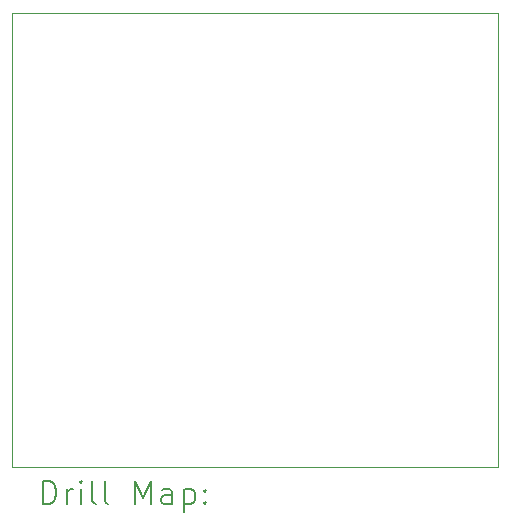
<source format=gbr>
%TF.GenerationSoftware,KiCad,Pcbnew,8.0.5*%
%TF.CreationDate,2024-11-04T19:37:20-07:00*%
%TF.ProjectId,ProjectPCB,50726f6a-6563-4745-9043-422e6b696361,rev?*%
%TF.SameCoordinates,Original*%
%TF.FileFunction,Drillmap*%
%TF.FilePolarity,Positive*%
%FSLAX45Y45*%
G04 Gerber Fmt 4.5, Leading zero omitted, Abs format (unit mm)*
G04 Created by KiCad (PCBNEW 8.0.5) date 2024-11-04 19:37:20*
%MOMM*%
%LPD*%
G01*
G04 APERTURE LIST*
%ADD10C,0.050000*%
%ADD11C,0.200000*%
G04 APERTURE END LIST*
D10*
X12020000Y-8220000D02*
X16130000Y-8220000D01*
X16130000Y-12070000D01*
X12020000Y-12070000D01*
X12020000Y-8220000D01*
D11*
X12278277Y-12383984D02*
X12278277Y-12183984D01*
X12278277Y-12183984D02*
X12325896Y-12183984D01*
X12325896Y-12183984D02*
X12354467Y-12193508D01*
X12354467Y-12193508D02*
X12373515Y-12212555D01*
X12373515Y-12212555D02*
X12383039Y-12231603D01*
X12383039Y-12231603D02*
X12392562Y-12269698D01*
X12392562Y-12269698D02*
X12392562Y-12298269D01*
X12392562Y-12298269D02*
X12383039Y-12336365D01*
X12383039Y-12336365D02*
X12373515Y-12355412D01*
X12373515Y-12355412D02*
X12354467Y-12374460D01*
X12354467Y-12374460D02*
X12325896Y-12383984D01*
X12325896Y-12383984D02*
X12278277Y-12383984D01*
X12478277Y-12383984D02*
X12478277Y-12250650D01*
X12478277Y-12288746D02*
X12487801Y-12269698D01*
X12487801Y-12269698D02*
X12497324Y-12260174D01*
X12497324Y-12260174D02*
X12516372Y-12250650D01*
X12516372Y-12250650D02*
X12535420Y-12250650D01*
X12602086Y-12383984D02*
X12602086Y-12250650D01*
X12602086Y-12183984D02*
X12592562Y-12193508D01*
X12592562Y-12193508D02*
X12602086Y-12203031D01*
X12602086Y-12203031D02*
X12611610Y-12193508D01*
X12611610Y-12193508D02*
X12602086Y-12183984D01*
X12602086Y-12183984D02*
X12602086Y-12203031D01*
X12725896Y-12383984D02*
X12706848Y-12374460D01*
X12706848Y-12374460D02*
X12697324Y-12355412D01*
X12697324Y-12355412D02*
X12697324Y-12183984D01*
X12830658Y-12383984D02*
X12811610Y-12374460D01*
X12811610Y-12374460D02*
X12802086Y-12355412D01*
X12802086Y-12355412D02*
X12802086Y-12183984D01*
X13059229Y-12383984D02*
X13059229Y-12183984D01*
X13059229Y-12183984D02*
X13125896Y-12326841D01*
X13125896Y-12326841D02*
X13192562Y-12183984D01*
X13192562Y-12183984D02*
X13192562Y-12383984D01*
X13373515Y-12383984D02*
X13373515Y-12279222D01*
X13373515Y-12279222D02*
X13363991Y-12260174D01*
X13363991Y-12260174D02*
X13344943Y-12250650D01*
X13344943Y-12250650D02*
X13306848Y-12250650D01*
X13306848Y-12250650D02*
X13287801Y-12260174D01*
X13373515Y-12374460D02*
X13354467Y-12383984D01*
X13354467Y-12383984D02*
X13306848Y-12383984D01*
X13306848Y-12383984D02*
X13287801Y-12374460D01*
X13287801Y-12374460D02*
X13278277Y-12355412D01*
X13278277Y-12355412D02*
X13278277Y-12336365D01*
X13278277Y-12336365D02*
X13287801Y-12317317D01*
X13287801Y-12317317D02*
X13306848Y-12307793D01*
X13306848Y-12307793D02*
X13354467Y-12307793D01*
X13354467Y-12307793D02*
X13373515Y-12298269D01*
X13468753Y-12250650D02*
X13468753Y-12450650D01*
X13468753Y-12260174D02*
X13487801Y-12250650D01*
X13487801Y-12250650D02*
X13525896Y-12250650D01*
X13525896Y-12250650D02*
X13544943Y-12260174D01*
X13544943Y-12260174D02*
X13554467Y-12269698D01*
X13554467Y-12269698D02*
X13563991Y-12288746D01*
X13563991Y-12288746D02*
X13563991Y-12345888D01*
X13563991Y-12345888D02*
X13554467Y-12364936D01*
X13554467Y-12364936D02*
X13544943Y-12374460D01*
X13544943Y-12374460D02*
X13525896Y-12383984D01*
X13525896Y-12383984D02*
X13487801Y-12383984D01*
X13487801Y-12383984D02*
X13468753Y-12374460D01*
X13649705Y-12364936D02*
X13659229Y-12374460D01*
X13659229Y-12374460D02*
X13649705Y-12383984D01*
X13649705Y-12383984D02*
X13640182Y-12374460D01*
X13640182Y-12374460D02*
X13649705Y-12364936D01*
X13649705Y-12364936D02*
X13649705Y-12383984D01*
X13649705Y-12260174D02*
X13659229Y-12269698D01*
X13659229Y-12269698D02*
X13649705Y-12279222D01*
X13649705Y-12279222D02*
X13640182Y-12269698D01*
X13640182Y-12269698D02*
X13649705Y-12260174D01*
X13649705Y-12260174D02*
X13649705Y-12279222D01*
M02*

</source>
